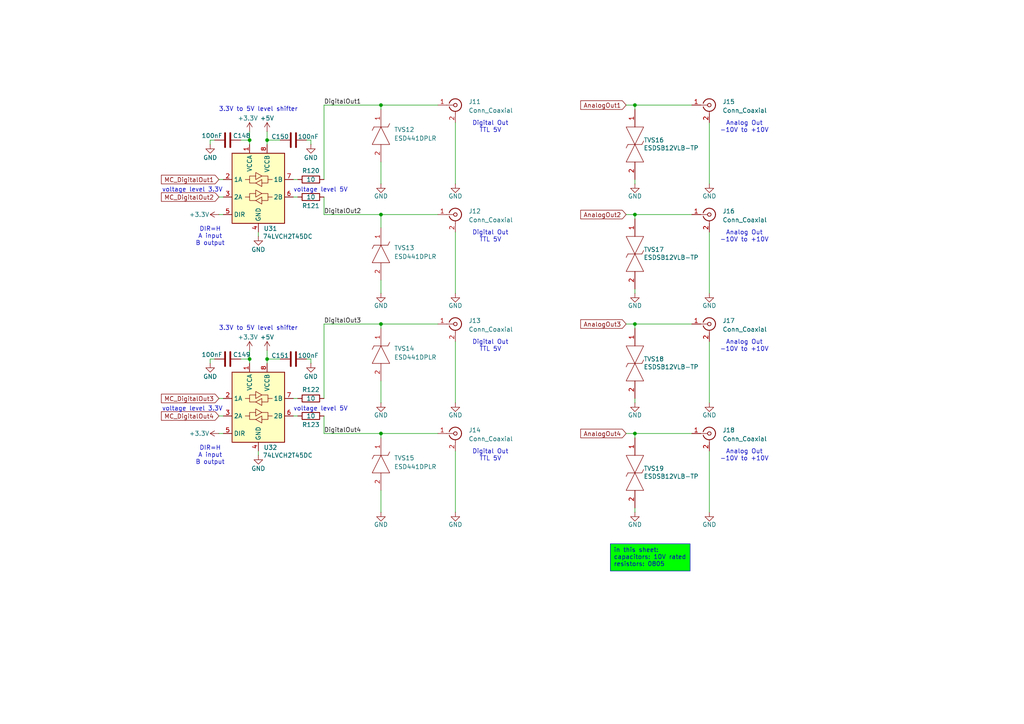
<source format=kicad_sch>
(kicad_sch (version 20250114) (generator "eeschema") (generator_version "9.0")
  (paper "A4")
  (title_block (title "harp device quad dac") (date "2025-07-15") (rev "1.1") (company "The Allen Institute") (comment 1 "Hexabitz"))
  (lib_symbols
    (symbol "Connector:Conn_Coaxial" (pin_names (offset 1.016) (hide yes))
      (property "Reference" "J" (at 0.254 3.048 0))
      (property "Value" "Conn_Coaxial" (at 2.921 0 90))
      (symbol "Conn_Coaxial_0_1"
        (polyline (pts (xy -2.54 0) (xy -0.508 0)))
        (arc (start 1.778 0) (mid 0.222 -1.8079) (end -1.778 -0.508) (stroke (width 0.254)))
        (arc (start -1.778 0.508) (mid 0.2221 1.8084) (end 1.778 0) (stroke (width 0.254)))
        (circle (center 0 0) (radius 0.508) (stroke (width 0.2032)))
        (polyline (pts (xy 0 -2.54) (xy 0 -1.778)))
      )
      (symbol "Conn_Coaxial_1_1"
        (pin passive line (at -5.08 0 0) (length 2.54) (name "In") (number "1"))
        (pin passive line (at 0 -5.08 90) (length 2.54) (name "Ext") (number "2"))
      )
    )
    (symbol "Device:C" (pin_numbers (hide yes)) (pin_names (offset 0.254))
      (property "Reference" "C" (at 0.635 2.54 0))
      (property "Value" "C" (at 0.635 -2.54 0))
      (symbol "C_0_1"
        (polyline (pts (xy -2.032 0.762) (xy 2.032 0.762)) (stroke (width 0.508)))
        (polyline (pts (xy -2.032 -0.762) (xy 2.032 -0.762)) (stroke (width 0.508)))
      )
      (symbol "C_1_1"
        (pin passive line (at 0 3.81 270) (length 2.794) (name "~") (number "1"))
        (pin passive line (at 0 -3.81 90) (length 2.794) (name "~") (number "2"))
      )
    )
    (symbol "Device:R" (pin_numbers (hide yes)) (pin_names (offset 0))
      (property "Reference" "R" (at 2.032 0 90))
      (property "Value" "R" (at 0 0 90))
      (symbol "R_0_1"
        (rectangle (start -1.016 -2.54) (end 1.016 2.54) (stroke (width 0.254)))
      )
      (symbol "R_1_1"
        (pin passive line (at 0 3.81 270) (length 1.27) (name "~") (number "1"))
        (pin passive line (at 0 -3.81 90) (length 1.27) (name "~") (number "2"))
      )
    )
    (symbol "ESD441DPLR:ESD441DPLR" (pin_names (offset 0.762))
      (property "Reference" "D" (at 10.16 8.89 0))
      (property "Value" "ESD441DPLR" (at 10.16 6.35 0))
      (symbol "ESD441DPLR_0_0"
        (pin passive line (at 0 0 0) (length 5.08) (name "~") (number "1"))
        (pin passive line (at 15.24 0 180) (length 5.08) (name "~") (number "2"))
      )
      (symbol "ESD441DPLR_0_1"
        (polyline (pts (xy 4.064 2.54) (xy 5.08 2.032)) (stroke (width 0.1524)))
        (polyline (pts (xy 5.08 0) (xy 10.16 2.54) (xy 10.16 -2.54) (xy 5.08 0)) (stroke (width 0.1524)))
        (polyline (pts (xy 5.08 -2.032) (xy 5.08 2.032)) (stroke (width 0.1524)))
        (polyline (pts (xy 5.08 -2.032) (xy 6.096 -2.54)) (stroke (width 0.1524)))
      )
    )
    (symbol "ESDSB12VLB-TP:ESDSB12VLB-TP" (pin_names (offset 0.762))
      (property "Reference" "D" (at 12.7 8.89 0))
      (property "Value" "ESDSB12VLB-TP" (at 12.7 6.35 0))
      (symbol "ESDSB12VLB-TP_0_0"
        (pin passive line (at 0 0 0) (length 5.08) (name "~") (number "1"))
        (pin passive line (at 20.32 0 180) (length 5.08) (name "~") (number "2"))
      )
      (symbol "ESDSB12VLB-TP_0_1"
        (polyline (pts (xy 9.144 2.54) (xy 10.16 2.032)) (stroke (width 0.1524)))
        (polyline (pts (xy 10.16 0) (xy 5.08 -2.54) (xy 5.08 2.54) (xy 10.16 0)) (stroke (width 0.1524)))
        (polyline (pts (xy 10.16 0) (xy 15.24 -2.54) (xy 15.24 2.54) (xy 10.16 0)) (stroke (width 0.1524)))
        (polyline (pts (xy 10.16 -2.032) (xy 10.16 2.032)) (stroke (width 0.1524)))
        (polyline (pts (xy 10.16 -2.032) (xy 11.176 -2.54)) (stroke (width 0.1524)))
      )
    )
    (symbol "GND_1" (power) (pin_numbers (hide yes)) (pin_names (offset 0) (hide yes))
      (property "Value" "GND" (at 0 -3.81 0))
      (symbol "GND_1_0_1"
        (polyline (pts (xy 0 0) (xy 0 -1.27) (xy 1.27 -1.27) (xy 0 -2.54) (xy -1.27 -1.27) (xy 0 -1.27)))
      )
      (symbol "GND_1_1_1"
        (pin power_in line (at 0 0 270) (length 0) (name "~") (number "1"))
      )
    )
    (symbol "Logic_LevelTranslator:74LVCH2T45DC"
      (property "Reference" "U" (at 6.35 -11.43 0))
      (property "Value" "74LVCH2T45DC" (at 10.16 11.43 0))
      (symbol "74LVCH2T45DC_1_1"
        (rectangle (start -7.62 10.16) (end 7.62 -10.16) (stroke (width 0.254)) (fill (type background)))
        (polyline (pts (xy -2.54 2.54) (xy -2.54 3.556) (xy -0.762 3.556)))
        (polyline (pts (xy -2.54 -2.54) (xy -2.54 -1.524) (xy -0.762 -1.524)))
        (polyline (pts (xy -0.762 2.54) (xy -0.762 4.572) (xy 1.016 3.556) (xy -0.762 2.54)))
        (polyline (pts (xy -0.762 1.524) (xy -2.54 1.524) (xy -2.54 2.54) (xy -3.81 2.54)))
        (polyline (pts (xy -0.762 -2.54) (xy -0.762 -0.508) (xy 1.016 -1.524) (xy -0.762 -2.54)))
        (polyline (pts (xy -0.762 -3.556) (xy -2.54 -3.556) (xy -2.54 -2.54) (xy -3.81 -2.54)))
        (polyline (pts (xy 1.016 3.556) (xy 2.794 3.556) (xy 2.794 2.54) (xy 4.064 2.54)))
        (polyline (pts (xy 1.016 2.54) (xy 1.016 0.762) (xy 1.016 0.508) (xy -0.762 1.524) (xy 1.016 2.54)))
        (polyline (pts (xy 1.016 -1.524) (xy 2.794 -1.524) (xy 2.794 -2.54) (xy 4.064 -2.54)))
        (polyline (pts (xy 1.016 -2.54) (xy 1.016 -4.318) (xy 1.016 -4.572) (xy -0.762 -3.556) (xy 1.016 -2.54)))
        (polyline (pts (xy 2.794 2.54) (xy 2.794 1.524) (xy 1.016 1.524)))
        (polyline (pts (xy 2.794 -2.54) (xy 2.794 -3.556) (xy 1.016 -3.556)))
        (pin bidirectional line (at -10.16 2.54 0) (length 2.54) (name "1A") (number "2"))
        (pin bidirectional line (at -10.16 -2.54 0) (length 2.54) (name "2A") (number "3"))
        (pin input line (at -10.16 -7.62 0) (length 2.54) (name "DIR") (number "5"))
        (pin power_in line (at -2.54 12.7 270) (length 2.54) (name "VCCA") (number "1"))
        (pin power_in line (at 0 -12.7 90) (length 2.54) (name "GND") (number "4"))
        (pin power_in line (at 2.54 12.7 270) (length 2.54) (name "VCCB") (number "8"))
        (pin bidirectional line (at 10.16 2.54 180) (length 2.54) (name "1B") (number "7"))
        (pin bidirectional line (at 10.16 -2.54 180) (length 2.54) (name "2B") (number "6"))
      )
    )
    (symbol "power:+3.3V" (power) (pin_numbers (hide yes)) (pin_names (offset 0) (hide yes))
      (property "Value" "+3.3V" (at 0 3.556 0))
      (symbol "+3.3V_0_1"
        (polyline (pts (xy -0.762 1.27) (xy 0 2.54)))
        (polyline (pts (xy 0 2.54) (xy 0.762 1.27)))
        (polyline (pts (xy 0 0) (xy 0 2.54)))
      )
      (symbol "+3.3V_1_1"
        (pin power_in line (at 0 0 90) (length 0) (name "~") (number "1"))
      )
    )
    (symbol "power:+5V" (power) (pin_names (offset 0))
      (property "Value" "+5V" (at 0 3.556 0))
      (symbol "+5V_0_1"
        (polyline (pts (xy -0.762 1.27) (xy 0 2.54)))
        (polyline (pts (xy 0 2.54) (xy 0.762 1.27)))
        (polyline (pts (xy 0 0) (xy 0 2.54)))
      )
      (symbol "+5V_1_1"
        (pin power_in line (at 0 0 90) (length 0) (hide yes) (name "+5V") (number "1"))
      )
    )
    (symbol "power:GND" (power) (pin_numbers (hide yes)) (pin_names (offset 0) (hide yes))
      (property "Value" "GND" (at 0 -3.81 0))
      (symbol "GND_0_1"
        (polyline (pts (xy 0 0) (xy 0 -1.27) (xy 1.27 -1.27) (xy 0 -2.54) (xy -1.27 -1.27) (xy 0 -1.27)))
      )
      (symbol "GND_1_1"
        (pin power_in line (at 0 0 270) (length 0) (name "~") (number "1"))
      )
    )
  )
  (text "voltage level 5V" (at 85.09 119.38 0) (effects (font (size 1.27 1.27)) (justify left bottom)))
  (text "Digital Out\nTTL 5V" (at 142.24 36.83 0) (effects (font (size 1.27 1.27))))
  (text "Digital Out\nTTL 5V" (at 142.24 100.33 0) (effects (font (size 1.27 1.27))))
  (text "Analog Out\n-10V to +10V" (at 215.9 100.33 0) (effects (font (size 1.27 1.27))))
  (text "Analog Out\n-10V to +10V" (at 215.9 68.58 0) (effects (font (size 1.27 1.27))))
  (text "Digital Out\nTTL 5V" (at 142.24 132.08 0) (effects (font (size 1.27 1.27))))
  (text "3.3V to 5V level shifter" (at 74.93 31.75 0) (effects (font (size 1.27 1.27))))
  (text "3.3V to 5V level shifter" (at 74.93 95.25 0) (effects (font (size 1.27 1.27))))
  (text "Analog Out\n-10V to +10V" (at 215.9 132.08 0) (effects (font (size 1.27 1.27))))
  (text "voltage level 3.3V" (at 46.99 55.88 0) (effects (font (size 1.27 1.27)) (justify left bottom)))
  (text "Analog Out\n-10V to +10V" (at 215.9 36.83 0) (effects (font (size 1.27 1.27))))
  (text "voltage level 5V" (at 85.09 55.88 0) (effects (font (size 1.27 1.27)) (justify left bottom)))
  (text "Digital Out\nTTL 5V" (at 142.24 68.58 0) (effects (font (size 1.27 1.27))))
  (text "voltage level 3.3V" (at 46.99 119.38 0) (effects (font (size 1.27 1.27)) (justify left bottom)))
  (text "DIR=H\nA input\nB output" (at 60.96 68.58 0) (effects (font (size 1.27 1.27))))
  (text "DIR=H\nA input\nB output" (at 60.96 132.08 0) (effects (font (size 1.27 1.27))))
  (text_box "in this sheet:\ncapacitors: 10V rated\nresistors: 0805" (at 177.038 157.734 0) (size 23.114 7.874) (margins 0.9525 0.9525 0.9525 0.9525) (fill (type color) (color 0 255 0 1)) (effects (font (size 1.27 1.27)) (justify left top)))
  (junction (at 110.49 62.23))
  (junction (at 184.15 93.98))
  (junction (at 72.39 40.64))
  (junction (at 184.15 125.73))
  (junction (at 184.15 30.48))
  (junction (at 110.49 93.98))
  (junction (at 77.47 40.64))
  (junction (at 110.49 125.73))
  (junction (at 72.39 104.14))
  (junction (at 110.49 30.48))
  (junction (at 77.47 104.14))
  (junction (at 184.15 62.23))
  (wire (pts (xy 184.15 30.48) (xy 184.15 31.75)))
  (wire (pts (xy 77.47 104.14) (xy 77.47 105.41)))
  (wire (pts (xy 72.39 101.6) (xy 72.39 104.14)))
  (wire (pts (xy 85.09 57.15) (xy 86.36 57.15)))
  (wire (pts (xy 77.47 38.1) (xy 77.47 40.64)))
  (wire (pts (xy 90.17 105.41) (xy 90.17 104.14)))
  (wire (pts (xy 181.61 125.73) (xy 184.15 125.73)))
  (wire (pts (xy 110.49 30.48) (xy 127 30.48)))
  (wire (pts (xy 181.61 62.23) (xy 184.15 62.23)))
  (wire (pts (xy 69.85 40.64) (xy 72.39 40.64)))
  (wire (pts (xy 60.96 105.41) (xy 60.96 104.14)))
  (wire (pts (xy 181.61 30.48) (xy 184.15 30.48)))
  (wire (pts (xy 110.49 116.84) (xy 110.49 110.49)))
  (wire (pts (xy 110.49 31.75) (xy 110.49 30.48)))
  (wire (pts (xy 60.96 41.91) (xy 60.96 40.64)))
  (wire (pts (xy 90.17 41.91) (xy 90.17 40.64)))
  (wire (pts (xy 132.08 99.06) (xy 132.08 116.84)))
  (wire (pts (xy 205.74 130.81) (xy 205.74 148.59)))
  (wire (pts (xy 110.49 148.59) (xy 110.49 142.24)))
  (wire (pts (xy 110.49 125.73) (xy 127 125.73)))
  (wire (pts (xy 110.49 95.25) (xy 110.49 93.98)))
  (wire (pts (xy 64.77 115.57) (xy 63.5 115.57)))
  (wire (pts (xy 205.74 35.56) (xy 205.74 53.34)))
  (wire (pts (xy 184.15 62.23) (xy 184.15 63.5)))
  (wire (pts (xy 93.98 30.48) (xy 110.49 30.48)))
  (wire (pts (xy 184.15 125.73) (xy 200.66 125.73)))
  (wire (pts (xy 132.08 67.31) (xy 132.08 85.09)))
  (wire (pts (xy 184.15 93.98) (xy 184.15 95.25)))
  (wire (pts (xy 184.15 148.59) (xy 184.15 147.32)))
  (wire (pts (xy 110.49 62.23) (xy 127 62.23)))
  (wire (pts (xy 93.98 93.98) (xy 93.98 115.57)))
  (wire (pts (xy 77.47 40.64) (xy 81.28 40.64)))
  (wire (pts (xy 85.09 52.07) (xy 86.36 52.07)))
  (wire (pts (xy 63.5 125.73) (xy 64.77 125.73)))
  (wire (pts (xy 64.77 120.65) (xy 63.5 120.65)))
  (wire (pts (xy 110.49 127) (xy 110.49 125.73)))
  (wire (pts (xy 93.98 62.23) (xy 110.49 62.23)))
  (wire (pts (xy 72.39 104.14) (xy 72.39 105.41)))
  (wire (pts (xy 181.61 93.98) (xy 184.15 93.98)))
  (wire (pts (xy 184.15 116.84) (xy 184.15 115.57)))
  (wire (pts (xy 90.17 104.14) (xy 88.9 104.14)))
  (wire (pts (xy 69.85 104.14) (xy 72.39 104.14)))
  (wire (pts (xy 74.93 130.81) (xy 74.93 132.08)))
  (wire (pts (xy 184.15 125.73) (xy 184.15 127)))
  (wire (pts (xy 184.15 53.34) (xy 184.15 52.07)))
  (wire (pts (xy 184.15 30.48) (xy 200.66 30.48)))
  (wire (pts (xy 110.49 93.98) (xy 127 93.98)))
  (wire (pts (xy 205.74 67.31) (xy 205.74 85.09)))
  (wire (pts (xy 93.98 62.23) (xy 93.98 57.15)))
  (wire (pts (xy 90.17 40.64) (xy 88.9 40.64)))
  (wire (pts (xy 184.15 93.98) (xy 200.66 93.98)))
  (wire (pts (xy 64.77 52.07) (xy 63.5 52.07)))
  (wire (pts (xy 77.47 40.64) (xy 77.47 41.91)))
  (wire (pts (xy 184.15 85.09) (xy 184.15 83.82)))
  (wire (pts (xy 132.08 35.56) (xy 132.08 53.34)))
  (wire (pts (xy 85.09 115.57) (xy 86.36 115.57)))
  (wire (pts (xy 93.98 125.73) (xy 110.49 125.73)))
  (wire (pts (xy 77.47 104.14) (xy 81.28 104.14)))
  (wire (pts (xy 72.39 40.64) (xy 72.39 41.91)))
  (wire (pts (xy 60.96 40.64) (xy 62.23 40.64)))
  (wire (pts (xy 184.15 62.23) (xy 200.66 62.23)))
  (wire (pts (xy 93.98 125.73) (xy 93.98 120.65)))
  (wire (pts (xy 93.98 93.98) (xy 110.49 93.98)))
  (wire (pts (xy 60.96 104.14) (xy 62.23 104.14)))
  (wire (pts (xy 63.5 62.23) (xy 64.77 62.23)))
  (wire (pts (xy 85.09 120.65) (xy 86.36 120.65)))
  (wire (pts (xy 64.77 57.15) (xy 63.5 57.15)))
  (wire (pts (xy 132.08 130.81) (xy 132.08 148.59)))
  (wire (pts (xy 74.93 67.31) (xy 74.93 68.58)))
  (wire (pts (xy 110.49 53.34) (xy 110.49 46.99)))
  (wire (pts (xy 110.49 66.04) (xy 110.49 62.23)))
  (wire (pts (xy 205.74 99.06) (xy 205.74 116.84)))
  (wire (pts (xy 72.39 38.1) (xy 72.39 40.64)))
  (wire (pts (xy 93.98 30.48) (xy 93.98 52.07)))
  (wire (pts (xy 77.47 101.6) (xy 77.47 104.14)))
  (wire (pts (xy 110.49 85.09) (xy 110.49 81.28)))
  (label "DigitalOut4" (at 93.98 125.73 0))
  (label "DigitalOut1" (at 93.98 30.48 0))
  (label "DigitalOut2" (at 93.98 62.23 0))
  (label "DigitalOut3" (at 93.98 93.98 0))
  (global_label "AnalogOut4" (shape input) (at 181.61 125.73 180) (property "Intersheetrefs" "${INTERSHEET_REFS}" (effects (hide yes))))
  (global_label "MC_DigitalOut2" (shape input) (at 63.5 57.15 180) (property "Intersheetrefs" "${INTERSHEET_REFS}" (effects (hide yes))))
  (global_label "AnalogOut3" (shape input) (at 181.61 93.98 180) (property "Intersheetrefs" "${INTERSHEET_REFS}" (effects (hide yes))))
  (global_label "AnalogOut1" (shape input) (at 181.61 30.48 180) (property "Intersheetrefs" "${INTERSHEET_REFS}" (effects (hide yes))))
  (global_label "MC_DigitalOut1" (shape input) (at 63.5 52.07 180) (property "Intersheetrefs" "${INTERSHEET_REFS}" (effects (hide yes))))
  (global_label "MC_DigitalOut4" (shape input) (at 63.5 120.65 180) (property "Intersheetrefs" "${INTERSHEET_REFS}" (effects (hide yes))))
  (global_label "MC_DigitalOut3" (shape input) (at 63.5 115.57 180) (property "Intersheetrefs" "${INTERSHEET_REFS}" (effects (hide yes))))
  (global_label "AnalogOut2" (shape input) (at 181.61 62.23 180) (property "Intersheetrefs" "${INTERSHEET_REFS}" (effects (hide yes))))
  (symbol (lib_id "power:GND") (at 110.49 53.34 0) (unit 1)
    (property "Reference" "#PWR0303" (effects (hide yes)))
    (property "Value" "GND" (at 110.49 56.896 0))
  )
  (symbol (lib_id "power:GND") (at 74.93 68.58 0) (unit 1)
    (property "Reference" "#PWR0297" (effects (hide yes)))
    (property "Value" "GND" (at 74.93 72.39 0))
  )
  (symbol (lib_id "power:GND") (at 184.15 148.59 0) (unit 1)
    (property "Reference" "#PWR0314" (effects (hide yes)))
    (property "Value" "GND" (at 184.15 152.146 0))
  )
  (symbol (lib_id "power:+3.3V") (at 63.5 125.73 90) (unit 1)
    (property "Reference" "#PWR0294" (effects (hide yes)))
    (property "Value" "+3.3V" (at 57.785 125.73 90))
  )
  (symbol (lib_id "power:GND") (at 184.15 85.09 0) (unit 1)
    (property "Reference" "#PWR0312" (effects (hide yes)))
    (property "Value" "GND" (at 184.15 88.646 0))
  )
  (symbol (lib_id "Device:R") (at 90.17 120.65 90) (unit 1)
    (property "Reference" "R123" (at 90.17 123.19 90))
    (property "Value" "10" (at 90.17 120.65 90))
    (property "Footprint" "Resistor_SMD:R_0603_1608Metric_Pad0.98x0.95mm_HandSolder" (effects (hide yes)))
    (property "Datasheet" "https://www.yageo.com/upload/media/product/productsearch/datasheet/rchip/PYu-SR_20105_RoHS_L_10.pdf" (effects (hide yes)))
    (property "Link" "https://www.digikey.com/en/products/detail/yageo/SR0603FR-7T100RL/9373096" (effects (hide yes)))
    (property "Manufacturer" "Yageo" (effects (hide yes)))
    (property "Manufacturer Number" "SR0603FR-7T100RL" (effects (hide yes)))
    (property "Notes" "1/4W" (effects (hide yes)))
    (property "Tolerance" "1%" (effects (hide yes)))
  )
  (symbol (lib_id "Connector:Conn_Coaxial") (at 132.08 125.73 0) (unit 1)
    (property "Reference" "J14" (at 135.89 124.7531 0) (effects (justify left)))
    (property "Value" "Conn_Coaxial" (at 135.89 127.2931 0) (effects (justify left)))
    (property "Footprint" "kicad_component_library:SMA_TE_Connectivity_CONSMA002-SMD-G-T_Horizontal" (effects (hide yes)))
    (property "Link" "https://www.digikey.com/en/products/detail/te-connectivity-linx/CONSMA002-SMD-G-T/10524518" (effects (hide yes)))
    (property "Manufacturer" " TE Connectivity Linx" (effects (hide yes)))
    (property "Manufacturer Number" "CONSMA002-SMD-G-T" (effects (hide yes)))
  )
  (symbol (lib_id "power:GND") (at 205.74 116.84 0) (unit 1)
    (property "Reference" "#PWR0317" (effects (hide yes)))
    (property "Value" "GND" (at 205.74 120.396 0))
  )
  (symbol (lib_id "ESD441DPLR:ESD441DPLR") (at 110.49 95.25 270) (unit 1)
    (property "Reference" "TVS14" (at 114.3 101.0919 90) (effects (justify left)))
    (property "Value" "ESD441DPLR" (at 114.3 103.6319 90) (effects (justify left)))
    (property "Footprint" "ESD441DPLR" (effects (hide yes)))
    (property "Datasheet" "https://www.ti.com/lit/ds/symlink/esd441.pdf?ts=1730589139389&ref_url=https%253A%252F%252Fapp.ultralibrarian.com%252F" (effects (hide yes)))
    (property "Description" "ESD Suppressors / TVS Diodes 1-pF, 5.5-V, 30-KV ESD protection device in 0201 package 2-X2SON -40 to 125" (effects (hide yes)))
    (property "Description_1" "ESD Suppressors / TVS Diodes 1-pF, 5.5-V, 30-KV ESD protection device in 0201 package 2-X2SON -40 to 125" (effects (hide yes)))
    (property "Height" "0.32" (effects (hide yes)))
    (property "Manufacturer_Name" "Texas Instruments" (effects (hide yes)))
    (property "Manufacturer_Part_Number" "ESD441DPLR" (effects (hide yes)))
    (property "Mouser Part Number" "595-ESD441DPLR" (effects (hide yes)))
    (property "Mouser Price/Stock" "https://www.mouser.co.uk/ProductDetail/Texas-Instruments/ESD441DPLR?qs=1Kr7Jg1SGW9UQFJqGMkN7Q%3D%3D" (effects (hide yes)))
    (property "Arrow Part Number" "ESD441DPLR" (effects (hide yes)))
    (property "Arrow Price/Stock" "https://www.arrow.com/en/products/esd441dplr/texas-instruments?utm_currency=USD&region=nac" (effects (hide yes)))
  )
  (symbol (lib_id "power:GND") (at 184.15 53.34 0) (unit 1)
    (property "Reference" "#PWR0311" (effects (hide yes)))
    (property "Value" "GND" (at 184.15 56.896 0))
  )
  (symbol (lib_id "Connector:Conn_Coaxial") (at 205.74 62.23 0) (unit 1)
    (property "Reference" "J16" (at 209.55 61.2531 0) (effects (justify left)))
    (property "Value" "Conn_Coaxial" (at 209.55 63.7931 0) (effects (justify left)))
    (property "Footprint" "kicad_component_library:SMA_TE_Connectivity_CONSMA002-SMD-G-T_Horizontal" (effects (hide yes)))
    (property "Link" "https://www.digikey.com/en/products/detail/te-connectivity-linx/CONSMA002-SMD-G-T/10524518" (effects (hide yes)))
    (property "Manufacturer" " TE Connectivity Linx" (effects (hide yes)))
    (property "Manufacturer Number" "CONSMA002-SMD-G-T" (effects (hide yes)))
  )
  (symbol (lib_id "Connector:Conn_Coaxial") (at 205.74 125.73 0) (unit 1)
    (property "Reference" "J18" (at 209.55 124.7531 0) (effects (justify left)))
    (property "Value" "Conn_Coaxial" (at 209.55 127.2931 0) (effects (justify left)))
    (property "Footprint" "kicad_component_library:SMA_TE_Connectivity_CONSMA002-SMD-G-T_Horizontal" (effects (hide yes)))
    (property "Link" "https://www.digikey.com/en/products/detail/te-connectivity-linx/CONSMA002-SMD-G-T/10524518" (effects (hide yes)))
    (property "Manufacturer" " TE Connectivity Linx" (effects (hide yes)))
    (property "Manufacturer Number" "CONSMA002-SMD-G-T" (effects (hide yes)))
  )
  (symbol (lib_name "GND_1") (lib_id "power:GND") (at 60.96 105.41 0) (unit 1)
    (property "Reference" "#PWR0292" (effects (hide yes)))
    (property "Value" "GND" (at 60.96 109.22 0))
    (property "Description" "Power symbol creates a global label with name \"GND\" , ground" (effects (hide yes)))
  )
  (symbol (lib_id "power:GND") (at 110.49 148.59 0) (unit 1)
    (property "Reference" "#PWR0306" (effects (hide yes)))
    (property "Value" "GND" (at 110.49 152.146 0))
  )
  (symbol (lib_id "power:GND") (at 74.93 132.08 0) (unit 1)
    (property "Reference" "#PWR0298" (effects (hide yes)))
    (property "Value" "GND" (at 74.93 135.89 0))
  )
  (symbol (lib_id "power:GND") (at 132.08 116.84 0) (unit 1)
    (property "Reference" "#PWR0309" (effects (hide yes)))
    (property "Value" "GND" (at 132.08 120.396 0))
  )
  (symbol (lib_id "Connector:Conn_Coaxial") (at 132.08 62.23 0) (unit 1)
    (property "Reference" "J12" (at 135.89 61.2531 0) (effects (justify left)))
    (property "Value" "Conn_Coaxial" (at 135.89 63.7931 0) (effects (justify left)))
    (property "Footprint" "kicad_component_library:SMA_TE_Connectivity_CONSMA002-SMD-G-T_Horizontal" (effects (hide yes)))
    (property "Link" "https://www.digikey.com/en/products/detail/te-connectivity-linx/CONSMA002-SMD-G-T/10524518" (effects (hide yes)))
    (property "Manufacturer" " TE Connectivity Linx" (effects (hide yes)))
    (property "Manufacturer Number" "CONSMA002-SMD-G-T" (effects (hide yes)))
  )
  (symbol (lib_id "Connector:Conn_Coaxial") (at 132.08 93.98 0) (unit 1)
    (property "Reference" "J13" (at 135.89 93.0031 0) (effects (justify left)))
    (property "Value" "Conn_Coaxial" (at 135.89 95.5431 0) (effects (justify left)))
    (property "Footprint" "kicad_component_library:SMA_TE_Connectivity_CONSMA002-SMD-G-T_Horizontal" (effects (hide yes)))
    (property "Link" "https://www.digikey.com/en/products/detail/te-connectivity-linx/CONSMA002-SMD-G-T/10524518" (effects (hide yes)))
    (property "Manufacturer" " TE Connectivity Linx" (effects (hide yes)))
    (property "Manufacturer Number" "CONSMA002-SMD-G-T" (effects (hide yes)))
  )
  (symbol (lib_id "Connector:Conn_Coaxial") (at 205.74 93.98 0) (unit 1)
    (property "Reference" "J17" (at 209.55 93.0031 0) (effects (justify left)))
    (property "Value" "Conn_Coaxial" (at 209.55 95.5431 0) (effects (justify left)))
    (property "Footprint" "kicad_component_library:SMA_TE_Connectivity_CONSMA002-SMD-G-T_Horizontal" (effects (hide yes)))
    (property "Link" "https://www.digikey.com/en/products/detail/te-connectivity-linx/CONSMA002-SMD-G-T/10524518" (effects (hide yes)))
    (property "Manufacturer" " TE Connectivity Linx" (effects (hide yes)))
    (property "Manufacturer Number" "CONSMA002-SMD-G-T" (effects (hide yes)))
  )
  (symbol (lib_id "power:GND") (at 132.08 53.34 0) (unit 1)
    (property "Reference" "#PWR0307" (effects (hide yes)))
    (property "Value" "GND" (at 132.08 56.896 0))
  )
  (symbol (lib_id "power:+3.3V") (at 77.47 38.1 0) (unit 1)
    (property "Reference" "#PWR0299" (effects (hide yes)))
    (property "Value" "+5V" (at 77.47 34.29 0))
  )
  (symbol (lib_id "power:+3.3V") (at 77.47 101.6 0) (unit 1)
    (property "Reference" "#PWR0300" (effects (hide yes)))
    (property "Value" "+5V" (at 77.47 97.79 0))
  )
  (symbol (lib_id "ESD441DPLR:ESD441DPLR") (at 110.49 31.75 270) (unit 1)
    (property "Reference" "TVS12" (at 114.3 37.5919 90) (effects (justify left)))
    (property "Value" "ESD441DPLR" (at 114.3 40.1319 90) (effects (justify left)))
    (property "Footprint" "ESD441DPLR" (effects (hide yes)))
    (property "Datasheet" "https://www.ti.com/lit/ds/symlink/esd441.pdf?ts=1730589139389&ref_url=https%253A%252F%252Fapp.ultralibrarian.com%252F" (effects (hide yes)))
    (property "Description" "ESD Suppressors / TVS Diodes 1-pF, 5.5-V, 30-KV ESD protection device in 0201 package 2-X2SON -40 to 125" (effects (hide yes)))
    (property "Description_1" "ESD Suppressors / TVS Diodes 1-pF, 5.5-V, 30-KV ESD protection device in 0201 package 2-X2SON -40 to 125" (effects (hide yes)))
    (property "Height" "0.32" (effects (hide yes)))
    (property "Manufacturer_Name" "Texas Instruments" (effects (hide yes)))
    (property "Manufacturer_Part_Number" "ESD441DPLR" (effects (hide yes)))
    (property "Mouser Part Number" "595-ESD441DPLR" (effects (hide yes)))
    (property "Mouser Price/Stock" "https://www.mouser.co.uk/ProductDetail/Texas-Instruments/ESD441DPLR?qs=1Kr7Jg1SGW9UQFJqGMkN7Q%3D%3D" (effects (hide yes)))
    (property "Arrow Part Number" "ESD441DPLR" (effects (hide yes)))
    (property "Arrow Price/Stock" "https://www.arrow.com/en/products/esd441dplr/texas-instruments?utm_currency=USD&region=nac" (effects (hide yes)))
  )
  (symbol (lib_id "Device:C") (at 85.09 40.64 270) (unit 1)
    (property "Reference" "C150" (at 83.82 39.624 90) (effects (justify right)))
    (property "Value" "100nF" (at 86.36 39.624 90) (effects (justify left)))
    (property "Footprint" "Capacitor_SMD:C_0402_1005Metric" (effects (hide yes)))
    (property "Datasheet" "http://www.passivecomponent.com/wp-content/uploads/datasheet/WTC_MLCC_General_Purpose.pdf" (effects (hide yes)))
    (property "Link" "https://www.digikey.com/en/products/detail/walsin-technology-corporation/0402B104K160CT/6707534" (effects (hide yes)))
    (property "Manufacturer" "Walson Technology Corporation" (effects (hide yes)))
    (property "Manufacturer Number" "0402B104K160CT" (effects (hide yes)))
    (property "Rated Voltage" "16V" (effects (hide yes)))
    (property "Temperature Coefficient" "X7R" (effects (hide yes)))
    (property "Tolerance" "10%" (effects (hide yes)))
    (property "PCBWay Link" "https://www.pcbway.com/components/detail/0402B104K160CT/307171/" (effects (hide yes)))
  )
  (symbol (lib_id "power:+5V") (at 72.39 101.6 0) (unit 1)
    (property "Reference" "#PWR0296" (effects (hide yes)))
    (property "Value" "+3.3V" (at 71.882 97.79 0))
  )
  (symbol (lib_id "power:GND") (at 205.74 85.09 0) (unit 1)
    (property "Reference" "#PWR0316" (effects (hide yes)))
    (property "Value" "GND" (at 205.74 88.646 0))
  )
  (symbol (lib_id "Connector:Conn_Coaxial") (at 132.08 30.48 0) (unit 1)
    (property "Reference" "J11" (at 135.89 29.5031 0) (effects (justify left)))
    (property "Value" "Conn_Coaxial" (at 135.89 32.0431 0) (effects (justify left)))
    (property "Footprint" "kicad_component_library:SMA_TE_Connectivity_CONSMA002-SMD-G-T_Horizontal" (effects (hide yes)))
    (property "Link" "https://www.digikey.com/en/products/detail/te-connectivity-linx/CONSMA002-SMD-G-T/10524518" (effects (hide yes)))
    (property "Manufacturer" " TE Connectivity Linx" (effects (hide yes)))
    (property "Manufacturer Number" "CONSMA002-SMD-G-T" (effects (hide yes)))
  )
  (symbol (lib_id "Logic_LevelTranslator:74LVCH2T45DC") (at 74.93 118.11 0) (unit 1)
    (property "Reference" "U32" (at 76.454 129.794 0) (effects (justify left)))
    (property "Value" "74LVCH2T45DC" (at 76.2 132.08 0) (effects (justify left)))
    (property "Footprint" "Package_SO:VSSOP-8_2.3x2mm_P0.5mm" (effects (hide yes)))
    (property "Datasheet" "https://assets.nexperia.com/documents/data-sheet/74LVC_LVCH2T45.pdf" (effects (hide yes)))
    (property "Link" "https://www.digikey.com/en/products/detail/nexperia-usa-inc/74LVCH2T45DC-125/2530613" (effects (hide yes)))
    (property "Manufacturer" "Nexperia USA Inc." (effects (hide yes)))
    (property "Manufacturer Number" "74LVCH2T45DC,125" (effects (hide yes)))
  )
  (symbol (lib_id "Device:C") (at 66.04 40.64 270) (unit 1)
    (property "Reference" "C148" (at 67.564 39.37 90) (effects (justify left)))
    (property "Value" "100nF" (at 64.516 39.37 90) (effects (justify right)))
    (property "Footprint" "Capacitor_SMD:C_0402_1005Metric" (effects (hide yes)))
    (property "Datasheet" "http://www.passivecomponent.com/wp-content/uploads/datasheet/WTC_MLCC_General_Purpose.pdf" (effects (hide yes)))
    (property "Link" "https://www.digikey.com/en/products/detail/walsin-technology-corporation/0402B104K160CT/6707534" (effects (hide yes)))
    (property "Manufacturer" "Walson Technology Corporation" (effects (hide yes)))
    (property "Manufacturer Number" "0402B104K160CT" (effects (hide yes)))
    (property "Rated Voltage" "16V" (effects (hide yes)))
    (property "Temperature Coefficient" "X7R" (effects (hide yes)))
    (property "Tolerance" "10%" (effects (hide yes)))
    (property "PCBWay Link" "https://www.pcbway.com/components/detail/0402B104K160CT/307171/" (effects (hide yes)))
  )
  (symbol (lib_id "power:GND") (at 205.74 148.59 0) (unit 1)
    (property "Reference" "#PWR0318" (effects (hide yes)))
    (property "Value" "GND" (at 205.74 152.146 0))
  )
  (symbol (lib_id "power:GND") (at 205.74 53.34 0) (unit 1)
    (property "Reference" "#PWR0315" (effects (hide yes)))
    (property "Value" "GND" (at 205.74 56.896 0))
  )
  (symbol (lib_id "Logic_LevelTranslator:74LVCH2T45DC") (at 74.93 54.61 0) (unit 1)
    (property "Reference" "U31" (at 76.454 66.294 0) (effects (justify left)))
    (property "Value" "74LVCH2T45DC" (at 76.2 68.58 0) (effects (justify left)))
    (property "Footprint" "Package_SO:VSSOP-8_2.3x2mm_P0.5mm" (effects (hide yes)))
    (property "Datasheet" "https://assets.nexperia.com/documents/data-sheet/74LVC_LVCH2T45.pdf" (effects (hide yes)))
    (property "Link" "https://www.digikey.com/en/products/detail/nexperia-usa-inc/74LVCH2T45DC-125/2530613" (effects (hide yes)))
    (property "Manufacturer" "Nexperia USA Inc." (effects (hide yes)))
    (property "Manufacturer Number" "74LVCH2T45DC,125" (effects (hide yes)))
  )
  (symbol (lib_id "Connector:Conn_Coaxial") (at 205.74 30.48 0) (unit 1)
    (property "Reference" "J15" (at 209.55 29.5031 0) (effects (justify left)))
    (property "Value" "Conn_Coaxial" (at 209.55 32.0431 0) (effects (justify left)))
    (property "Footprint" "kicad_component_library:SMA_TE_Connectivity_CONSMA002-SMD-G-T_Horizontal" (effects (hide yes)))
    (property "Link" "https://www.digikey.com/en/products/detail/te-connectivity-linx/CONSMA002-SMD-G-T/10524518" (effects (hide yes)))
    (property "Manufacturer" " TE Connectivity Linx" (effects (hide yes)))
    (property "Manufacturer Number" "CONSMA002-SMD-G-T" (effects (hide yes)))
  )
  (symbol (lib_id "ESD441DPLR:ESD441DPLR") (at 110.49 127 270) (unit 1)
    (property "Reference" "TVS15" (at 114.3 132.8419 90) (effects (justify left)))
    (property "Value" "ESD441DPLR" (at 114.3 135.3819 90) (effects (justify left)))
    (property "Footprint" "ESD441DPLR" (effects (hide yes)))
    (property "Datasheet" "https://www.ti.com/lit/ds/symlink/esd441.pdf?ts=1730589139389&ref_url=https%253A%252F%252Fapp.ultralibrarian.com%252F" (effects (hide yes)))
    (property "Description" "ESD Suppressors / TVS Diodes 1-pF, 5.5-V, 30-KV ESD protection device in 0201 package 2-X2SON -40 to 125" (effects (hide yes)))
    (property "Description_1" "ESD Suppressors / TVS Diodes 1-pF, 5.5-V, 30-KV ESD protection device in 0201 package 2-X2SON -40 to 125" (effects (hide yes)))
    (property "Height" "0.32" (effects (hide yes)))
    (property "Manufacturer_Name" "Texas Instruments" (effects (hide yes)))
    (property "Manufacturer_Part_Number" "ESD441DPLR" (effects (hide yes)))
    (property "Mouser Part Number" "595-ESD441DPLR" (effects (hide yes)))
    (property "Mouser Price/Stock" "https://www.mouser.co.uk/ProductDetail/Texas-Instruments/ESD441DPLR?qs=1Kr7Jg1SGW9UQFJqGMkN7Q%3D%3D" (effects (hide yes)))
    (property "Arrow Part Number" "ESD441DPLR" (effects (hide yes)))
    (property "Arrow Price/Stock" "https://www.arrow.com/en/products/esd441dplr/texas-instruments?utm_currency=USD&region=nac" (effects (hide yes)))
  )
  (symbol (lib_id "power:GND") (at 132.08 85.09 0) (unit 1)
    (property "Reference" "#PWR0308" (effects (hide yes)))
    (property "Value" "GND" (at 132.08 88.646 0))
  )
  (symbol (lib_id "power:GND") (at 110.49 85.09 0) (unit 1)
    (property "Reference" "#PWR0304" (effects (hide yes)))
    (property "Value" "GND" (at 110.49 88.646 0))
  )
  (symbol (lib_id "ESDSB12VLB-TP:ESDSB12VLB-TP") (at 184.15 95.25 270) (unit 1)
    (property "Reference" "TVS18" (at 186.69 104.14 90) (effects (justify left)))
    (property "Value" "ESDSB12VLB-TP" (at 186.69 106.426 90) (effects (justify left)))
    (property "Footprint" "ESDSB12VLBTP" (effects (hide yes)))
    (property "Datasheet" "https://www.mccsemi.com/pdf/Products/ESDSB12VLB(DFN1006-2).pdf" (effects (hide yes)))
    (property "Description" "28.6V Clamp 11A (8/20s) Ipp Tvs Diode Surface Mount SOD-323" (effects (hide yes)))
    (property "Description_1" "28.6V Clamp 11A (8/20s) Ipp Tvs Diode Surface Mount SOD-323" (effects (hide yes)))
    (property "Height" "0.55" (effects (hide yes)))
    (property "Manufacturer_Name" "MCC" (effects (hide yes)))
    (property "Manufacturer_Part_Number" "ESDSB12VLB-TP" (effects (hide yes)))
  )
  (symbol (lib_id "Device:R") (at 90.17 115.57 90) (unit 1)
    (property "Reference" "R122" (at 90.17 113.03 90))
    (property "Value" "10" (at 90.17 115.57 90))
    (property "Footprint" "Resistor_SMD:R_0603_1608Metric_Pad0.98x0.95mm_HandSolder" (effects (hide yes)))
    (property "Datasheet" "https://www.yageo.com/upload/media/product/productsearch/datasheet/rchip/PYu-SR_20105_RoHS_L_10.pdf" (effects (hide yes)))
    (property "Link" "https://www.digikey.com/en/products/detail/yageo/SR0603FR-7T100RL/9373096" (effects (hide yes)))
    (property "Manufacturer" "Yageo" (effects (hide yes)))
    (property "Manufacturer Number" "SR0603FR-7T100RL" (effects (hide yes)))
    (property "Notes" "1/4W" (effects (hide yes)))
    (property "Tolerance" "1%" (effects (hide yes)))
  )
  (symbol (lib_id "power:+3.3V") (at 63.5 62.23 90) (unit 1)
    (property "Reference" "#PWR0293" (effects (hide yes)))
    (property "Value" "+3.3V" (at 57.785 62.23 90))
  )
  (symbol (lib_id "power:GND") (at 110.49 116.84 0) (unit 1)
    (property "Reference" "#PWR0305" (effects (hide yes)))
    (property "Value" "GND" (at 110.49 120.396 0))
  )
  (symbol (lib_name "GND_1") (lib_id "power:GND") (at 60.96 41.91 0) (unit 1)
    (property "Reference" "#PWR0291" (effects (hide yes)))
    (property "Value" "GND" (at 60.96 45.72 0))
    (property "Description" "Power symbol creates a global label with name \"GND\" , ground" (effects (hide yes)))
  )
  (symbol (lib_id "power:GND") (at 132.08 148.59 0) (unit 1)
    (property "Reference" "#PWR0310" (effects (hide yes)))
    (property "Value" "GND" (at 132.08 152.146 0))
  )
  (symbol (lib_id "ESDSB12VLB-TP:ESDSB12VLB-TP") (at 184.15 31.75 270) (unit 1)
    (property "Reference" "TVS16" (at 186.69 40.64 90) (effects (justify left)))
    (property "Value" "ESDSB12VLB-TP" (at 186.69 42.926 90) (effects (justify left)))
    (property "Footprint" "ESDSB12VLBTP" (effects (hide yes)))
    (property "Datasheet" "https://www.mccsemi.com/pdf/Products/ESDSB12VLB(DFN1006-2).pdf" (effects (hide yes)))
    (property "Description" "28.6V Clamp 11A (8/20s) Ipp Tvs Diode Surface Mount SOD-323" (effects (hide yes)))
    (property "Description_1" "28.6V Clamp 11A (8/20s) Ipp Tvs Diode Surface Mount SOD-323" (effects (hide yes)))
    (property "Height" "0.55" (effects (hide yes)))
    (property "Manufacturer_Name" "MCC" (effects (hide yes)))
    (property "Manufacturer_Part_Number" "ESDSB12VLB-TP" (effects (hide yes)))
  )
  (symbol (lib_id "Device:C") (at 66.04 104.14 270) (unit 1)
    (property "Reference" "C149" (at 67.564 102.87 90) (effects (justify left)))
    (property "Value" "100nF" (at 64.516 102.87 90) (effects (justify right)))
    (property "Footprint" "Capacitor_SMD:C_0402_1005Metric" (effects (hide yes)))
    (property "Datasheet" "http://www.passivecomponent.com/wp-content/uploads/datasheet/WTC_MLCC_General_Purpose.pdf" (effects (hide yes)))
    (property "Link" "https://www.digikey.com/en/products/detail/walsin-technology-corporation/0402B104K160CT/6707534" (effects (hide yes)))
    (property "Manufacturer" "Walson Technology Corporation" (effects (hide yes)))
    (property "Manufacturer Number" "0402B104K160CT" (effects (hide yes)))
    (property "Rated Voltage" "16V" (effects (hide yes)))
    (property "Temperature Coefficient" "X7R" (effects (hide yes)))
    (property "Tolerance" "10%" (effects (hide yes)))
    (property "PCBWay Link" "https://www.pcbway.com/components/detail/0402B104K160CT/307171/" (effects (hide yes)))
  )
  (symbol (lib_id "Device:R") (at 90.17 57.15 90) (unit 1)
    (property "Reference" "R121" (at 90.17 59.69 90))
    (property "Value" "10" (at 90.17 57.15 90))
    (property "Footprint" "Resistor_SMD:R_0603_1608Metric_Pad0.98x0.95mm_HandSolder" (effects (hide yes)))
    (property "Datasheet" "https://www.yageo.com/upload/media/product/productsearch/datasheet/rchip/PYu-SR_20105_RoHS_L_10.pdf" (effects (hide yes)))
    (property "Link" "https://www.digikey.com/en/products/detail/yageo/SR0603FR-7T100RL/9373096" (effects (hide yes)))
    (property "Manufacturer" "Yageo" (effects (hide yes)))
    (property "Manufacturer Number" "SR0603FR-7T100RL" (effects (hide yes)))
    (property "Notes" "1/4W" (effects (hide yes)))
    (property "Tolerance" "1%" (effects (hide yes)))
  )
  (symbol (lib_id "ESDSB12VLB-TP:ESDSB12VLB-TP") (at 184.15 127 270) (unit 1)
    (property "Reference" "TVS19" (at 186.69 135.89 90) (effects (justify left)))
    (property "Value" "ESDSB12VLB-TP" (at 186.69 138.176 90) (effects (justify left)))
    (property "Footprint" "ESDSB12VLBTP" (effects (hide yes)))
    (property "Datasheet" "https://www.mccsemi.com/pdf/Products/ESDSB12VLB(DFN1006-2).pdf" (effects (hide yes)))
    (property "Description" "28.6V Clamp 11A (8/20s) Ipp Tvs Diode Surface Mount SOD-323" (effects (hide yes)))
    (property "Description_1" "28.6V Clamp 11A (8/20s) Ipp Tvs Diode Surface Mount SOD-323" (effects (hide yes)))
    (property "Height" "0.55" (effects (hide yes)))
    (property "Manufacturer_Name" "MCC" (effects (hide yes)))
    (property "Manufacturer_Part_Number" "ESDSB12VLB-TP" (effects (hide yes)))
  )
  (symbol (lib_name "GND_1") (lib_id "power:GND") (at 90.17 41.91 0) (unit 1)
    (property "Reference" "#PWR0301" (effects (hide yes)))
    (property "Value" "GND" (at 90.17 45.72 0))
    (property "Description" "Power symbol creates a global label with name \"GND\" , ground" (effects (hide yes)))
  )
  (symbol (lib_id "Device:C") (at 85.09 104.14 270) (unit 1)
    (property "Reference" "C151" (at 83.82 103.124 90) (effects (justify right)))
    (property "Value" "100nF" (at 86.36 103.124 90) (effects (justify left)))
    (property "Footprint" "Capacitor_SMD:C_0402_1005Metric" (effects (hide yes)))
    (property "Datasheet" "http://www.passivecomponent.com/wp-content/uploads/datasheet/WTC_MLCC_General_Purpose.pdf" (effects (hide yes)))
    (property "Link" "https://www.digikey.com/en/products/detail/walsin-technology-corporation/0402B104K160CT/6707534" (effects (hide yes)))
    (property "Manufacturer" "Walson Technology Corporation" (effects (hide yes)))
    (property "Manufacturer Number" "0402B104K160CT" (effects (hide yes)))
    (property "Rated Voltage" "16V" (effects (hide yes)))
    (property "Temperature Coefficient" "X7R" (effects (hide yes)))
    (property "Tolerance" "10%" (effects (hide yes)))
    (property "PCBWay Link" "https://www.pcbway.com/components/detail/0402B104K160CT/307171/" (effects (hide yes)))
  )
  (symbol (lib_name "GND_1") (lib_id "power:GND") (at 90.17 105.41 0) (unit 1)
    (property "Reference" "#PWR0302" (effects (hide yes)))
    (property "Value" "GND" (at 90.17 109.22 0))
    (property "Description" "Power symbol creates a global label with name \"GND\" , ground" (effects (hide yes)))
  )
  (symbol (lib_id "ESDSB12VLB-TP:ESDSB12VLB-TP") (at 184.15 63.5 270) (unit 1)
    (property "Reference" "TVS17" (at 186.69 72.39 90) (effects (justify left)))
    (property "Value" "ESDSB12VLB-TP" (at 186.69 74.676 90) (effects (justify left)))
    (property "Footprint" "ESDSB12VLBTP" (effects (hide yes)))
    (property "Datasheet" "https://www.mccsemi.com/pdf/Products/ESDSB12VLB(DFN1006-2).pdf" (effects (hide yes)))
    (property "Description" "28.6V Clamp 11A (8/20s) Ipp Tvs Diode Surface Mount SOD-323" (effects (hide yes)))
    (property "Description_1" "28.6V Clamp 11A (8/20s) Ipp Tvs Diode Surface Mount SOD-323" (effects (hide yes)))
    (property "Height" "0.55" (effects (hide yes)))
    (property "Manufacturer_Name" "MCC" (effects (hide yes)))
    (property "Manufacturer_Part_Number" "ESDSB12VLB-TP" (effects (hide yes)))
  )
  (symbol (lib_id "power:GND") (at 184.15 116.84 0) (unit 1)
    (property "Reference" "#PWR0313" (effects (hide yes)))
    (property "Value" "GND" (at 184.15 120.396 0))
  )
  (symbol (lib_id "Device:R") (at 90.17 52.07 90) (unit 1)
    (property "Reference" "R120" (at 90.17 49.53 90))
    (property "Value" "10" (at 90.17 52.07 90))
    (property "Footprint" "Resistor_SMD:R_0603_1608Metric_Pad0.98x0.95mm_HandSolder" (effects (hide yes)))
    (property "Datasheet" "https://www.yageo.com/upload/media/product/productsearch/datasheet/rchip/PYu-SR_20105_RoHS_L_10.pdf" (effects (hide yes)))
    (property "Link" "https://www.digikey.com/en/products/detail/yageo/SR0603FR-7T100RL/9373096" (effects (hide yes)))
    (property "Manufacturer" "Yageo" (effects (hide yes)))
    (property "Manufacturer Number" "SR0603FR-7T100RL" (effects (hide yes)))
    (property "Notes" "1/4W" (effects (hide yes)))
    (property "Tolerance" "1%" (effects (hide yes)))
  )
  (symbol (lib_id "ESD441DPLR:ESD441DPLR") (at 110.49 66.04 270) (unit 1)
    (property "Reference" "TVS13" (at 114.3 71.8819 90) (effects (justify left)))
    (property "Value" "ESD441DPLR" (at 114.3 74.4219 90) (effects (justify left)))
    (property "Footprint" "ESD441DPLR" (effects (hide yes)))
    (property "Datasheet" "https://www.ti.com/lit/ds/symlink/esd441.pdf?ts=1730589139389&ref_url=https%253A%252F%252Fapp.ultralibrarian.com%252F" (effects (hide yes)))
    (property "Description" "ESD Suppressors / TVS Diodes 1-pF, 5.5-V, 30-KV ESD protection device in 0201 package 2-X2SON -40 to 125" (effects (hide yes)))
    (property "Description_1" "ESD Suppressors / TVS Diodes 1-pF, 5.5-V, 30-KV ESD protection device in 0201 package 2-X2SON -40 to 125" (effects (hide yes)))
    (property "Height" "0.32" (effects (hide yes)))
    (property "Manufacturer_Name" "Texas Instruments" (effects (hide yes)))
    (property "Manufacturer_Part_Number" "ESD441DPLR" (effects (hide yes)))
    (property "Mouser Part Number" "595-ESD441DPLR" (effects (hide yes)))
    (property "Mouser Price/Stock" "https://www.mouser.co.uk/ProductDetail/Texas-Instruments/ESD441DPLR?qs=1Kr7Jg1SGW9UQFJqGMkN7Q%3D%3D" (effects (hide yes)))
    (property "Arrow Part Number" "ESD441DPLR" (effects (hide yes)))
    (property "Arrow Price/Stock" "https://www.arrow.com/en/products/esd441dplr/texas-instruments?utm_currency=USD&region=nac" (effects (hide yes)))
  )
  (symbol (lib_id "power:+5V") (at 72.39 38.1 0) (unit 1)
    (property "Reference" "#PWR0295" (effects (hide yes)))
    (property "Value" "+3.3V" (at 71.882 34.29 0))
  )
)
</source>
